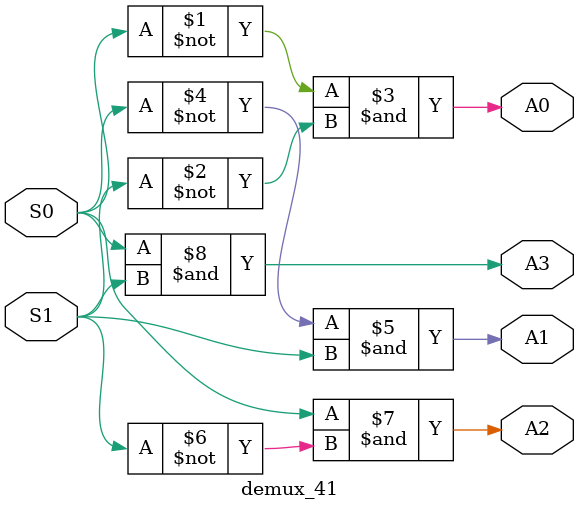
<source format=v>
module demux_41 (
	input S0,S1,
	output A0,A1,A2,A3
);

assign A0 = ~S0 & ~S1;
assign A1 = ~S0 & S1;
assign A2 = S0 & ~S1;
assign A3 = S0 & S1;

endmodule

</source>
